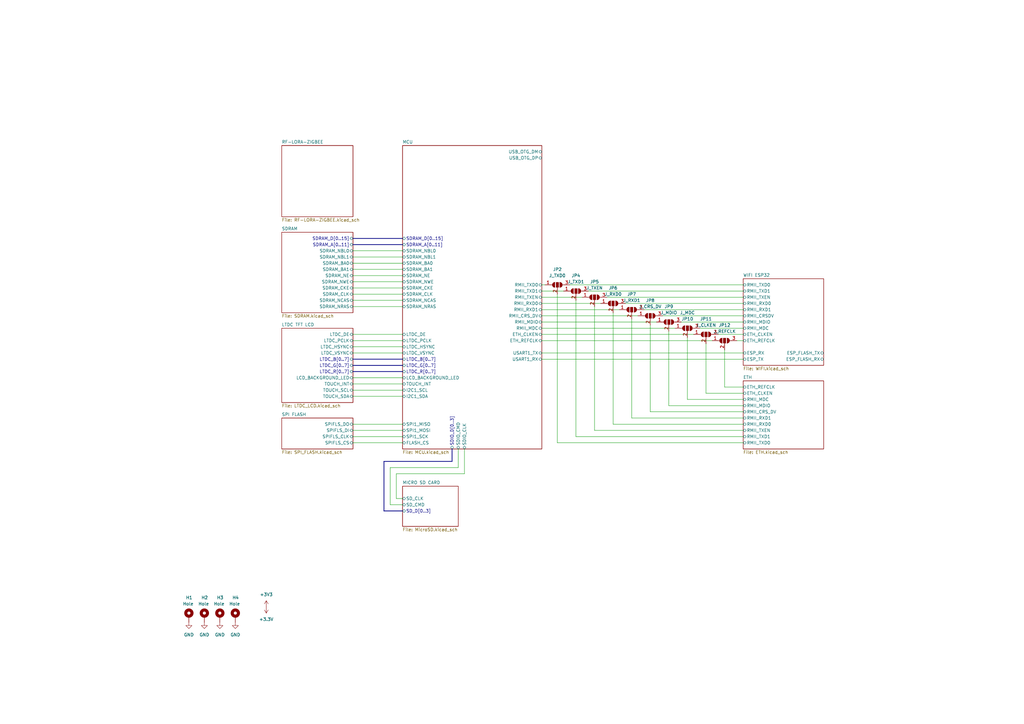
<source format=kicad_sch>
(kicad_sch (version 20211123) (generator eeschema)
  (paper "A3")
  (lib_symbols
    (symbol "Jumper:SolderJumper_3_Open" (pin_names (offset 0) hide)
      (property "Reference" "JP" (at -2.54 -2.54 0))
      (property "Value" "SolderJumper_3_Open" (at 0 2.794 0))
      (symbol "SolderJumper_3_Open_0_1"
        (arc (start -1.016 1.016) (mid -2.032 0) (end -1.016 -1.016))
        (arc (start -1.016 1.016) (mid -2.032 0) (end -1.016 -1.016) (fill (type outline)))
        (rectangle (start -0.508 1.016) (end 0.508 -1.016) (fill (type outline)))
        (polyline (pts (xy -2.54 0) (xy -2.032 0)))
        (polyline (pts (xy -1.016 1.016) (xy -1.016 -1.016)))
        (polyline (pts (xy 0 -1.27) (xy 0 -1.016)))
        (polyline (pts (xy 1.016 1.016) (xy 1.016 -1.016)))
        (polyline (pts (xy 2.54 0) (xy 2.032 0)))
        (arc (start 1.016 -1.016) (mid 2.032 0) (end 1.016 1.016))
        (arc (start 1.016 -1.016) (mid 2.032 0) (end 1.016 1.016) (fill (type outline)))
      )
      (symbol "SolderJumper_3_Open_1_1"
        (pin passive line (at -5.08 0 0) (length 2.54) (name "A") (number "1"))
        (pin passive line (at 0 -3.81 90) (length 2.54) (name "C") (number "2"))
        (pin passive line (at 5.08 0 180) (length 2.54) (name "B") (number "3"))
      )
    )
    (symbol "Mechanical:MountingHole_Pad" (pin_numbers hide) (pin_names (offset 1.016) hide)
      (property "Reference" "H" (at 0 6.35 0))
      (property "Value" "MountingHole_Pad" (at 0 4.445 0))
      (symbol "MountingHole_Pad_0_1"
        (circle (center 0 1.27) (radius 1.27) (stroke (width 1.27)))
      )
      (symbol "MountingHole_Pad_1_1"
        (pin input line (at 0 -2.54 90) (length 2.54) (name "1") (number "1"))
      )
    )
    (symbol "power:+3.3V" (power) (pin_names (offset 0))
      (property "Value" "+3.3V" (at 0 3.556 0))
      (symbol "+3.3V_0_1"
        (polyline (pts (xy -0.762 1.27) (xy 0 2.54)))
        (polyline (pts (xy 0 0) (xy 0 2.54)))
        (polyline (pts (xy 0 2.54) (xy 0.762 1.27)))
      )
      (symbol "+3.3V_1_1"
        (pin power_in line (at 0 0 90) (length 0) hide (name "+3.3V") (number "1"))
      )
    )
    (symbol "power:+3V3" (power) (pin_names (offset 0))
      (property "Value" "+3V3" (at 0 3.556 0))
      (symbol "+3V3_0_1"
        (polyline (pts (xy -0.762 1.27) (xy 0 2.54)))
        (polyline (pts (xy 0 0) (xy 0 2.54)))
        (polyline (pts (xy 0 2.54) (xy 0.762 1.27)))
      )
      (symbol "+3V3_1_1"
        (pin power_in line (at 0 0 90) (length 0) hide (name "+3V3") (number "1"))
      )
    )
    (symbol "power:GND" (power) (pin_names (offset 0))
      (property "Value" "GND" (at 0 -3.81 0))
      (symbol "GND_0_1"
        (polyline (pts (xy 0 0) (xy 0 -1.27) (xy 1.27 -1.27) (xy 0 -2.54) (xy -1.27 -1.27) (xy 0 -1.27)))
      )
      (symbol "GND_1_1"
        (pin power_in line (at 0 0 270) (length 0) hide (name "GND") (number "1"))
      )
    )
  )
  (wire (pts (xy 222.25 144.78) (xy 304.8 144.78)))
  (bus (pts (xy 144.78 147.32) (xy 165.1 147.32)))
  (wire (pts (xy 144.78 110.49) (xy 165.1 110.49)))
  (wire (pts (xy 187.96 191.77) (xy 160.02 191.77)))
  (wire (pts (xy 222.25 127) (xy 254 127)))
  (bus (pts (xy 144.78 149.86) (xy 165.1 149.86)))
  (wire (pts (xy 222.25 134.62) (xy 276.86 134.62)))
  (wire (pts (xy 144.78 137.16) (xy 165.1 137.16)))
  (wire (pts (xy 251.46 128.27) (xy 251.46 173.99)))
  (wire (pts (xy 266.7 168.91) (xy 304.8 168.91)))
  (wire (pts (xy 144.78 113.03) (xy 165.1 113.03)))
  (wire (pts (xy 251.46 173.99) (xy 304.8 173.99)))
  (wire (pts (xy 190.5 184.15) (xy 190.5 194.31)))
  (wire (pts (xy 144.78 154.94) (xy 165.1 154.94)))
  (wire (pts (xy 304.8 171.45) (xy 259.08 171.45)))
  (wire (pts (xy 144.78 176.53) (xy 165.1 176.53)))
  (wire (pts (xy 264.16 127) (xy 304.8 127)))
  (wire (pts (xy 144.78 105.41) (xy 165.1 105.41)))
  (bus (pts (xy 157.48 209.55) (xy 165.1 209.55)))
  (bus (pts (xy 157.48 189.23) (xy 157.48 209.55)))
  (wire (pts (xy 160.02 207.01) (xy 165.1 207.01)))
  (wire (pts (xy 304.8 176.53) (xy 243.84 176.53)))
  (wire (pts (xy 144.78 118.11) (xy 165.1 118.11)))
  (wire (pts (xy 266.7 133.35) (xy 266.7 168.91)))
  (wire (pts (xy 222.25 116.84) (xy 223.52 116.84)))
  (wire (pts (xy 304.8 163.83) (xy 281.94 163.83)))
  (bus (pts (xy 144.78 152.4) (xy 165.1 152.4)))
  (wire (pts (xy 144.78 107.95) (xy 165.1 107.95)))
  (wire (pts (xy 287.02 134.62) (xy 304.8 134.62)))
  (wire (pts (xy 222.25 124.46) (xy 246.38 124.46)))
  (wire (pts (xy 144.78 157.48) (xy 165.1 157.48)))
  (wire (pts (xy 222.25 132.08) (xy 269.24 132.08)))
  (wire (pts (xy 248.92 121.92) (xy 304.8 121.92)))
  (wire (pts (xy 144.78 160.02) (xy 165.1 160.02)))
  (wire (pts (xy 281.94 163.83) (xy 281.94 138.43)))
  (wire (pts (xy 294.64 137.16) (xy 304.8 137.16)))
  (bus (pts (xy 185.42 184.15) (xy 185.42 189.23)))
  (wire (pts (xy 144.78 115.57) (xy 165.1 115.57)))
  (wire (pts (xy 289.56 161.29) (xy 289.56 140.97)))
  (bus (pts (xy 144.78 100.33) (xy 165.1 100.33)))
  (wire (pts (xy 222.25 121.92) (xy 238.76 121.92)))
  (wire (pts (xy 144.78 181.61) (xy 165.1 181.61)))
  (wire (pts (xy 144.78 173.99) (xy 165.1 173.99)))
  (wire (pts (xy 144.78 102.87) (xy 165.1 102.87)))
  (wire (pts (xy 236.22 179.07) (xy 304.8 179.07)))
  (wire (pts (xy 222.25 129.54) (xy 261.62 129.54)))
  (wire (pts (xy 304.8 158.75) (xy 297.18 158.75)))
  (wire (pts (xy 236.22 123.19) (xy 236.22 179.07)))
  (wire (pts (xy 259.08 171.45) (xy 259.08 130.81)))
  (wire (pts (xy 279.4 132.08) (xy 304.8 132.08)))
  (wire (pts (xy 256.54 124.46) (xy 304.8 124.46)))
  (wire (pts (xy 241.3 119.38) (xy 304.8 119.38)))
  (wire (pts (xy 222.25 119.38) (xy 231.14 119.38)))
  (wire (pts (xy 297.18 158.75) (xy 297.18 143.51)))
  (wire (pts (xy 162.56 204.47) (xy 165.1 204.47)))
  (wire (pts (xy 144.78 123.19) (xy 165.1 123.19)))
  (wire (pts (xy 187.96 184.15) (xy 187.96 191.77)))
  (wire (pts (xy 304.8 161.29) (xy 289.56 161.29)))
  (wire (pts (xy 271.78 129.54) (xy 304.8 129.54)))
  (wire (pts (xy 144.78 139.7) (xy 165.1 139.7)))
  (bus (pts (xy 185.42 189.23) (xy 157.48 189.23)))
  (wire (pts (xy 144.78 142.24) (xy 165.1 142.24)))
  (wire (pts (xy 144.78 162.56) (xy 165.1 162.56)))
  (wire (pts (xy 228.6 120.65) (xy 228.6 181.61)))
  (wire (pts (xy 228.6 181.61) (xy 304.8 181.61)))
  (wire (pts (xy 162.56 194.31) (xy 162.56 204.47)))
  (wire (pts (xy 144.78 179.07) (xy 165.1 179.07)))
  (wire (pts (xy 233.68 116.84) (xy 304.8 116.84)))
  (wire (pts (xy 243.84 176.53) (xy 243.84 125.73)))
  (wire (pts (xy 222.25 137.16) (xy 284.48 137.16)))
  (wire (pts (xy 302.26 139.7) (xy 304.8 139.7)))
  (wire (pts (xy 190.5 194.31) (xy 162.56 194.31)))
  (wire (pts (xy 144.78 125.73) (xy 165.1 125.73)))
  (wire (pts (xy 222.25 147.32) (xy 304.8 147.32)))
  (wire (pts (xy 160.02 191.77) (xy 160.02 207.01)))
  (wire (pts (xy 144.78 144.78) (xy 165.1 144.78)))
  (wire (pts (xy 144.78 120.65) (xy 165.1 120.65)))
  (wire (pts (xy 222.25 139.7) (xy 292.1 139.7)))
  (wire (pts (xy 274.32 166.37) (xy 304.8 166.37)))
  (bus (pts (xy 144.78 97.79) (xy 165.1 97.79)))
  (wire (pts (xy 274.32 135.89) (xy 274.32 166.37)))
  (symbol (lib_id "Jumper:SolderJumper_3_Open") (at 297.18 139.7 0) (unit 1)
    (property "Reference" "JP12" (at 297.18 133.35 0))
    (property "Value" "J_REFCLK" (at 297.18 135.89 0))
    (property "Footprint" "Anh_Footprints:Jump3_0603_Open" (effects hide))
  )
  (symbol (lib_id "Mechanical:MountingHole_Pad") (at 90.17 252.73 0) (unit 1)
    (property "Reference" "H3" (at 88.9 245.11 0) (effects (justify left)))
    (property "Value" "Hole" (at 87.63 247.65 0) (effects (justify left)))
    (property "Footprint" "MountingHole:MountingHole_3.2mm_M3_Pad_Via" (effects hide))
  )
  (symbol (lib_id "Jumper:SolderJumper_3_Open") (at 266.7 129.54 0) (unit 1)
    (property "Reference" "JP8" (at 266.7 123.19 0))
    (property "Value" "J_CRS_DV" (at 266.7 125.73 0))
    (property "Footprint" "Anh_Footprints:Jump3_0603_Open" (effects hide))
  )
  (symbol (lib_id "Jumper:SolderJumper_3_Open") (at 289.56 137.16 0) (unit 1)
    (property "Reference" "JP11" (at 289.56 130.81 0))
    (property "Value" "J_CLKEN" (at 289.56 133.35 0))
    (property "Footprint" "Anh_Footprints:Jump3_0603_Open" (effects hide))
  )
  (symbol (lib_id "Jumper:SolderJumper_3_Open") (at 281.94 134.62 0) (unit 1)
    (property "Reference" "JP10" (at 281.94 130.81 0))
    (property "Value" "J_MDC" (at 281.94 128.27 0))
    (property "Footprint" "Anh_Footprints:Jump3_0603_Open" (effects hide))
  )
  (symbol (lib_id "power:GND") (at 96.52 255.27 0) (unit 1)
    (property "Reference" "#PWR0143" (effects hide))
    (property "Value" "GND" (at 96.52 260.35 0))
  )
  (symbol (lib_id "power:GND") (at 90.17 255.27 0) (unit 1)
    (property "Reference" "#PWR0140" (effects hide))
    (property "Value" "GND" (at 90.17 260.35 0))
  )
  (symbol (lib_id "Jumper:SolderJumper_3_Open") (at 236.22 119.38 0) (unit 1)
    (property "Reference" "JP4" (at 236.22 113.03 0))
    (property "Value" "J_TXD1" (at 236.22 115.57 0))
    (property "Footprint" "Anh_Footprints:Jump3_0603_Open" (effects hide))
  )
  (symbol (lib_id "power:+3.3V") (at 109.22 248.92 180) (unit 1)
    (property "Reference" "#PWR0184" (effects hide))
    (property "Value" "+3.3V" (at 109.22 254 0))
  )
  (symbol (lib_id "power:+3V3") (at 109.22 248.92 0) (unit 1)
    (property "Reference" "#PWR0183" (effects hide))
    (property "Value" "+3V3" (at 109.22 243.84 0))
  )
  (symbol (lib_id "Jumper:SolderJumper_3_Open") (at 228.6 116.84 0) (unit 1)
    (property "Reference" "JP2" (at 228.6 110.49 0))
    (property "Value" "J_TXD0" (at 228.6 113.03 0))
    (property "Footprint" "Anh_Footprints:Jump3_0603_Open" (effects hide))
  )
  (symbol (lib_id "Jumper:SolderJumper_3_Open") (at 259.08 127 0) (unit 1)
    (property "Reference" "JP7" (at 259.08 120.65 0))
    (property "Value" "J_RXD1" (at 259.08 123.19 0))
    (property "Footprint" "Anh_Footprints:Jump3_0603_Open" (effects hide))
  )
  (symbol (lib_id "Mechanical:MountingHole_Pad") (at 96.52 252.73 0) (unit 1)
    (property "Reference" "H4" (at 95.25 245.11 0) (effects (justify left)))
    (property "Value" "Hole" (at 93.98 247.65 0) (effects (justify left)))
    (property "Footprint" "MountingHole:MountingHole_3.2mm_M3_Pad_Via" (effects hide))
  )
  (symbol (lib_id "power:GND") (at 77.47 255.27 0) (unit 1)
    (property "Reference" "#PWR0142" (effects hide))
    (property "Value" "GND" (at 77.47 260.35 0))
  )
  (symbol (lib_id "Jumper:SolderJumper_3_Open") (at 243.84 121.92 0) (unit 1)
    (property "Reference" "JP5" (at 243.84 115.57 0))
    (property "Value" "J_TXEN" (at 243.84 118.11 0))
    (property "Footprint" "Anh_Footprints:Jump3_0603_Open" (effects hide))
  )
  (symbol (lib_id "Jumper:SolderJumper_3_Open") (at 274.32 132.08 0) (unit 1)
    (property "Reference" "JP9" (at 274.32 125.73 0))
    (property "Value" "J_MDIO" (at 274.32 128.27 0))
    (property "Footprint" "Anh_Footprints:Jump3_0603_Open" (effects hide))
  )
  (symbol (lib_id "Jumper:SolderJumper_3_Open") (at 251.46 124.46 0) (unit 1)
    (property "Reference" "JP6" (at 251.46 118.11 0))
    (property "Value" "J_RXD0" (at 251.46 120.65 0))
    (property "Footprint" "Anh_Footprints:Jump3_0603_Open" (effects hide))
  )
  (symbol (lib_id "Mechanical:MountingHole_Pad") (at 77.47 252.73 0) (unit 1)
    (property "Reference" "H1" (at 76.2 245.11 0) (effects (justify left)))
    (property "Value" "Hole" (at 74.93 247.65 0) (effects (justify left)))
    (property "Footprint" "MountingHole:MountingHole_3.2mm_M3_Pad_Via" (effects hide))
  )
  (symbol (lib_id "power:GND") (at 83.82 255.27 0) (unit 1)
    (property "Reference" "#PWR0141" (effects hide))
    (property "Value" "GND" (at 83.82 260.35 0))
  )
  (symbol (lib_id "Mechanical:MountingHole_Pad") (at 83.82 252.73 0) (unit 1)
    (property "Reference" "H2" (at 82.55 245.11 0) (effects (justify left)))
    (property "Value" "Hole" (at 81.28 247.65 0) (effects (justify left)))
    (property "Footprint" "MountingHole:MountingHole_3.2mm_M3_Pad_Via" (effects hide))
  )
  (sheet (at 115.57 171.45) (size 29.21 12.7) (stroke (width 0.1524))
    (property "Sheet name" "SPI FLASH" (at 115.57 170.7384 0) (effects (justify left bottom)))
    (property "Sheet file" "SPI_FLASH.kicad_sch" (at 115.57 184.7346 0) (effects (justify left top)))
    (pin "SPIFLS_DO" bidirectional (at 144.78 173.99 0))
    (pin "SPIFLS_DI" bidirectional (at 144.78 176.53 0))
    (pin "SPIFLS_CLK" bidirectional (at 144.78 179.07 0))
    (pin "SPIFLS_CS" bidirectional (at 144.78 181.61 0))
  )
  (sheet (at 115.57 134.62) (size 29.21 30.48) (stroke (width 0.1524))
    (property "Sheet name" "LTDC TFT LCD" (at 115.57 133.9084 0) (effects (justify left bottom)))
    (property "Sheet file" "LTDC_LCD.kicad_sch" (at 115.57 165.6846 0) (effects (justify left top)))
    (pin "TOUCH_SCL" bidirectional (at 144.78 160.02 0))
    (pin "TOUCH_SDA" bidirectional (at 144.78 162.56 0))
    (pin "TOUCH_INT" bidirectional (at 144.78 157.48 0))
    (pin "LTDC_G[0..7]" bidirectional (at 144.78 149.86 0))
    (pin "LTDC_R[0..7]" bidirectional (at 144.78 152.4 0))
    (pin "LTDC_B[0..7]" bidirectional (at 144.78 147.32 0))
    (pin "LCD_BACKGROUND_LED" bidirectional (at 144.78 154.94 0))
    (pin "LTDC_VSYNC" bidirectional (at 144.78 144.78 0))
    (pin "LTDC_PCLK" bidirectional (at 144.78 139.7 0))
    (pin "LTDC_HSYNC" bidirectional (at 144.78 142.24 0))
    (pin "LTDC_DE" bidirectional (at 144.78 137.16 0))
  )
  (sheet (at 165.1 59.69) (size 57.15 124.46) (stroke (width 0.1524))
    (property "Sheet name" "MCU" (at 165.1 58.9784 0) (effects (justify left bottom)))
    (property "Sheet file" "MCU.kicad_sch" (at 165.1 184.7346 0) (effects (justify left top)))
    (pin "SDRAM_A[0..11]" bidirectional (at 165.1 100.33 180))
    (pin "SDRAM_D[0..15]" bidirectional (at 165.1 97.79 180))
    (pin "SDRAM_NBL1" bidirectional (at 165.1 105.41 180))
    (pin "SDRAM_NBL0" bidirectional (at 165.1 102.87 180))
    (pin "SDRAM_CLK" bidirectional (at 165.1 120.65 180))
    (pin "SDRAM_NCAS" bidirectional (at 165.1 123.19 180))
    (pin "SDRAM_NRAS" bidirectional (at 165.1 125.73 180))
    (pin "USB_OTG_DM" bidirectional (at 222.25 62.23 0))
    (pin "USB_OTG_DP" bidirectional (at 222.25 64.77 0))
    (pin "SDRAM_NE" bidirectional (at 165.1 113.03 180))
    (pin "SDRAM_NWE" bidirectional (at 165.1 115.57 180))
    (pin "SDRAM_CKE" bidirectional (at 165.1 118.11 180))
    (pin "SDRAM_BA0" bidirectional (at 165.1 107.95 180))
    (pin "SDRAM_BA1" bidirectional (at 165.1 110.49 180))
    (pin "LTDC_DE" bidirectional (at 165.1 137.16 180))
    (pin "LTDC_PCLK" bidirectional (at 165.1 139.7 180))
    (pin "LTDC_G[0..7]" bidirectional (at 165.1 149.86 180))
    (pin "LTDC_B[0..7]" bidirectional (at 165.1 147.32 180))
    (pin "LTDC_R[0..7]" bidirectional (at 165.1 152.4 180))
    (pin "LTDC_HSYNC" bidirectional (at 165.1 142.24 180))
    (pin "LTDC_VSYNC" bidirectional (at 165.1 144.78 180))
    (pin "TOUCH_INT" bidirectional (at 165.1 157.48 180))
    (pin "I2C1_SCL" bidirectional (at 165.1 160.02 180))
    (pin "I2C1_SDA" bidirectional (at 165.1 162.56 180))
    (pin "LCD_BACKGROUND_LED" bidirectional (at 165.1 154.94 180))
    (pin "FLASH_CS" bidirectional (at 165.1 181.61 180))
    (pin "SPI1_SCK" bidirectional (at 165.1 179.07 180))
    (pin "SPI1_MISO" bidirectional (at 165.1 173.99 180))
    (pin "SPI1_MOSI" bidirectional (at 165.1 176.53 180))
    (pin "SDIO_CLK" bidirectional (at 190.5 184.15 270))
    (pin "SDIO_CMD" bidirectional (at 187.96 184.15 270))
    (pin "SDIO_D[0..3]" bidirectional (at 185.42 184.15 270))
    (pin "USART1_TX" bidirectional (at 222.25 144.78 0))
    (pin "USART1_RX" bidirectional (at 222.25 147.32 0))
    (pin "ETH_REFCLK" bidirectional (at 222.25 139.7 0))
    (pin "RMII_MDIO" bidirectional (at 222.25 132.08 0))
    (pin "RMII_TXEN" bidirectional (at 222.25 121.92 0))
    (pin "ETH_CLKEN" bidirectional (at 222.25 137.16 0))
    (pin "RMII_CRS_DV" bidirectional (at 222.25 129.54 0))
    (pin "RMII_RXD0" bidirectional (at 222.25 124.46 0))
    (pin "RMII_RXD1" bidirectional (at 222.25 127 0))
    (pin "RMII_TXD0" bidirectional (at 222.25 116.84 0))
    (pin "RMII_TXD1" bidirectional (at 222.25 119.38 0))
    (pin "RMII_MDC" bidirectional (at 222.25 134.62 0))
  )
  (sheet (at 304.8 114.3) (size 33.02 35.56) (stroke (width 0.1524))
    (property "Sheet name" "WIFI ESP32" (at 304.8 113.5884 0) (effects (justify left bottom)))
    (property "Sheet file" "WIFI.kicad_sch" (at 304.8 150.4446 0) (effects (justify left top)))
    (pin "ESP_TX" bidirectional (at 304.8 147.32 180))
    (pin "ESP_RX" bidirectional (at 304.8 144.78 180))
    (pin "RMII_RXD0" bidirectional (at 304.8 124.46 180))
    (pin "ESP_FLASH_TX" bidirectional (at 337.82 144.78 0))
    (pin "ESP_FLASH_RX" bidirectional (at 337.82 147.32 0))
    (pin "RMII_TXD1" bidirectional (at 304.8 119.38 180))
    (pin "RMII_TXEN" bidirectional (at 304.8 121.92 180))
    (pin "RMII_TXD0" bidirectional (at 304.8 116.84 180))
    (pin "RMII_MDC" bidirectional (at 304.8 134.62 180))
    (pin "RMII_MDIO" bidirectional (at 304.8 132.08 180))
    (pin "ETH_CLKEN" bidirectional (at 304.8 137.16 180))
    (pin "RMII_CRSDV" bidirectional (at 304.8 129.54 180))
    (pin "RMII_RXD1" bidirectional (at 304.8 127 180))
    (pin "ETH_REFCLK" bidirectional (at 304.8 139.7 180))
  )
  (sheet (at 165.1 199.39) (size 22.86 16.51) (stroke (width 0.1524))
    (property "Sheet name" "MICRO SD CARD" (at 165.1 198.6784 0) (effects (justify left bottom)))
    (property "Sheet file" "MicroSD.kicad_sch" (at 165.1 216.4846 0) (effects (justify left top)))
    (pin "SD_CLK" bidirectional (at 165.1 204.47 180))
    (pin "SD_CMD" bidirectional (at 165.1 207.01 180))
    (pin "SD_D[0..3]" bidirectional (at 165.1 209.55 180))
  )
  (sheet (at 115.57 95.25) (size 29.21 33.02) (stroke (width 0.1524))
    (property "Sheet name" "SDRAM" (at 115.57 94.5384 0) (effects (justify left bottom)))
    (property "Sheet file" "SDRAM.kicad_sch" (at 115.57 128.8546 0) (effects (justify left top)))
    (pin "SDRAM_D[0..15]" bidirectional (at 144.78 97.79 0))
    (pin "SDRAM_A[0..11]" bidirectional (at 144.78 100.33 0))
    (pin "SDRAM_NE" bidirectional (at 144.78 113.03 0))
    (pin "SDRAM_CKE" bidirectional (at 144.78 118.11 0))
    (pin "SDRAM_NBL1" bidirectional (at 144.78 105.41 0))
    (pin "SDRAM_NWE" bidirectional (at 144.78 115.57 0))
    (pin "SDRAM_NCAS" bidirectional (at 144.78 123.19 0))
    (pin "SDRAM_NRAS" bidirectional (at 144.78 125.73 0))
    (pin "SDRAM_NBL0" bidirectional (at 144.78 102.87 0))
    (pin "SDRAM_CLK" bidirectional (at 144.78 120.65 0))
    (pin "SDRAM_BA0" bidirectional (at 144.78 107.95 0))
    (pin "SDRAM_BA1" bidirectional (at 144.78 110.49 0))
  )
  (sheet (at 115.57 59.69) (size 29.21 29.21) (stroke (width 0.1524))
    (property "Sheet name" "RF-LORA-ZIGBEE" (at 115.57 58.9784 0) (effects (justify left bottom)))
    (property "Sheet file" "RF-LORA-ZIGBEE.kicad_sch" (at 115.57 89.4846 0) (effects (justify left top)))
  )
  (sheet (at 304.8 156.21) (size 33.02 27.94) (stroke (width 0.1524))
    (property "Sheet name" "ETH" (at 304.8 155.4984 0) (effects (justify left bottom)))
    (property "Sheet file" "ETH.kicad_sch" (at 304.8 184.7346 0) (effects (justify left top)))
    (pin "RMII_TXD0" bidirectional (at 304.8 181.61 180))
    (pin "RMII_TXD1" bidirectional (at 304.8 179.07 180))
    (pin "RMII_TXEN" bidirectional (at 304.8 176.53 180))
    (pin "RMII_RXD0" bidirectional (at 304.8 173.99 180))
    (pin "RMII_MDIO" bidirectional (at 304.8 166.37 180))
    (pin "ETH_REFCLK" bidirectional (at 304.8 158.75 180))
    (pin "RMII_MDC" bidirectional (at 304.8 163.83 180))
    (pin "RMII_CRS_DV" bidirectional (at 304.8 168.91 180))
    (pin "RMII_RXD1" bidirectional (at 304.8 171.45 180))
    (pin "ETH_CLKEN" bidirectional (at 304.8 161.29 180))
  )
)
</source>
